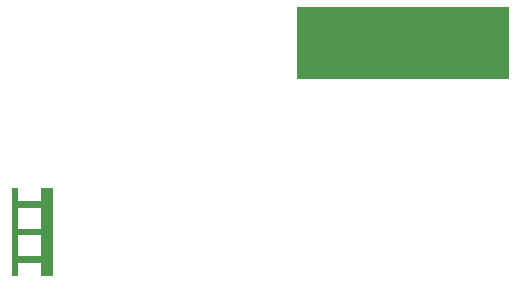
<source format=gko>
G04*
G04 #@! TF.GenerationSoftware,Altium Limited,Altium Designer,21.9.2 (33)*
G04*
G04 Layer_Color=16711935*
%FSTAX24Y24*%
%MOIN*%
G70*
G04*
G04 #@! TF.SameCoordinates,99FB27D3-1440-4BB7-B033-8997F9312AF3*
G04*
G04*
G04 #@! TF.FilePolarity,Positive*
G04*
G01*
G75*
%ADD84R,0.7087X0.2437*%
G36*
X017147Y112916D02*
X016734D01*
Y113369D01*
X015986D01*
Y112916D01*
X015789D01*
Y115869D01*
X015986D01*
Y115416D01*
X016734D01*
Y115869D01*
X017147D01*
Y112916D01*
D02*
G37*
%LPC*%
G36*
X016734Y1152D02*
X015986D01*
Y114491D01*
X016734D01*
Y1152D01*
D02*
G37*
G36*
Y114294D02*
X015986D01*
Y113586D01*
X016734D01*
Y114294D01*
D02*
G37*
%LPD*%
D84*
X028809Y120681D02*
D03*
M02*

</source>
